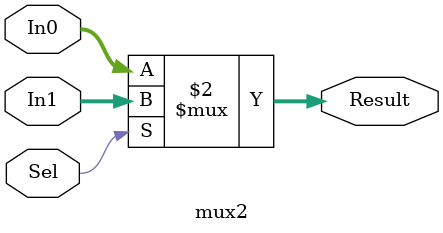
<source format=v>
module mux2 (input  [31:0] In0, In1,input   Sel,output [31:0] Result);
     assign Result = (Sel==1'b0)?In0:In1;
endmodule
</source>
